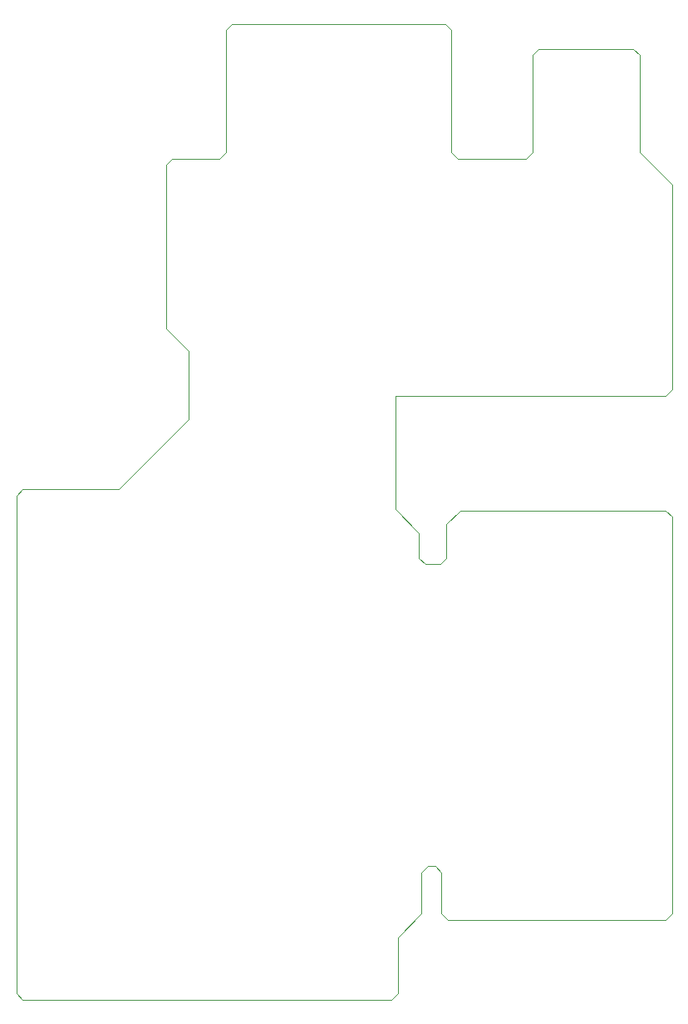
<source format=gko>
G04 EAGLE Gerber RS-274X export*
G75*
%MOMM*%
%FSLAX34Y34*%
%LPD*%
%INKantenfräsen*%
%IPPOS*%
%AMOC8*
5,1,8,0,0,1.08239X$1,22.5*%
G01*
%ADD10C,0.000000*%


D10*
X382270Y0D02*
X6350Y0D01*
X0Y6350D01*
X0Y513080D01*
X104140Y519430D02*
X175260Y590550D01*
X175260Y660400D01*
X213360Y986790D02*
X219710Y993140D01*
X436880Y993140D01*
X532130Y967740D02*
X628650Y967740D01*
X668020Y621030D02*
X661670Y614680D01*
X386080Y614680D01*
X386080Y499110D01*
X410210Y474980D01*
X410210Y449580D01*
X416560Y443230D01*
X431800Y443230D01*
X438150Y449580D01*
X438150Y483870D01*
X452120Y497840D01*
X668020Y491490D02*
X668020Y87630D01*
X661670Y81280D01*
X439420Y81280D01*
X433070Y87630D01*
X433070Y129540D01*
X426720Y135890D01*
X419100Y135890D01*
X452120Y497840D02*
X661670Y497840D01*
X668020Y491490D01*
X635000Y961390D02*
X628650Y967740D01*
X419100Y135890D02*
X412750Y129540D01*
X412750Y87630D01*
X104140Y519430D02*
X6350Y519430D01*
X0Y513080D01*
X152400Y849630D02*
X158750Y855980D01*
X207010Y855980D02*
X213360Y862330D01*
X443230Y862330D02*
X449580Y855980D01*
X207010Y855980D02*
X158750Y855980D01*
X213360Y862330D02*
X213360Y986790D01*
X519430Y855980D02*
X525780Y862330D01*
X525780Y961390D02*
X532130Y967740D01*
X525780Y961390D02*
X525780Y862330D01*
X519430Y855980D02*
X449580Y855980D01*
X443230Y986790D02*
X436880Y993140D01*
X443230Y986790D02*
X443230Y862330D01*
X175260Y660400D02*
X152400Y683260D01*
X152400Y849630D01*
X635000Y862330D02*
X635000Y961390D01*
X635000Y862330D02*
X668020Y829310D01*
X668020Y621030D01*
X412750Y87630D02*
X388620Y63500D01*
X388620Y6350D01*
X382270Y0D01*
M02*

</source>
